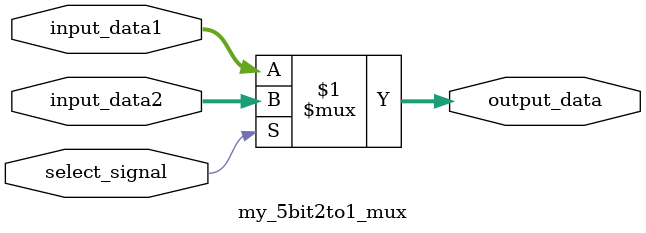
<source format=v>
module my_5bit2to1_mux(input_data1, input_data2, output_data, select_signal);
   
    input [4:0] input_data1;
    input [4:0] input_data2;
    
    input select_signal;
    
    output [4:0] output_data;
    
    assign output_data = select_signal ? input_data2 : input_data1;
    
endmodule
</source>
